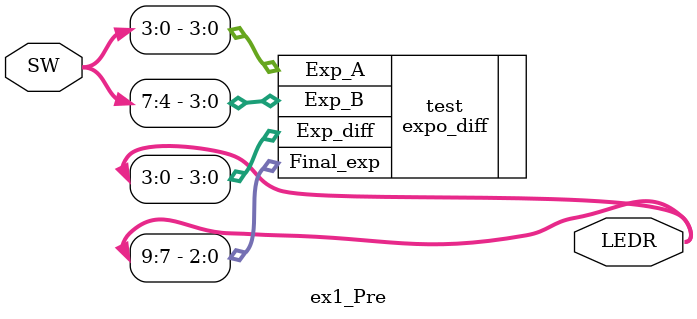
<source format=sv>
module ex1_Pre(
		input  logic [9:0] SW,
		output logic [9:0] LEDR
);

expo_diff   test(.Exp_A(SW[3:0]), .Exp_B(SW[7:4]), .Exp_diff(LEDR[3:0]), .Final_exp(LEDR[9:7]) );

endmodule
</source>
